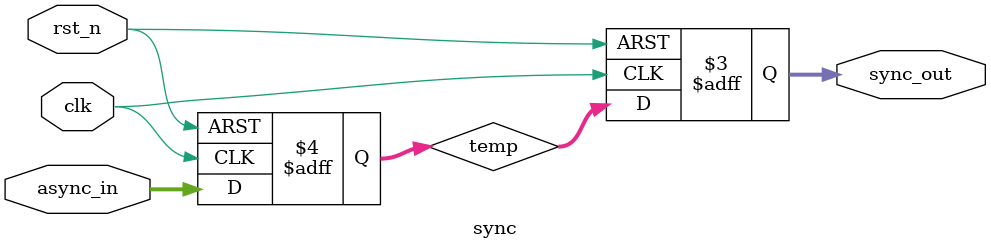
<source format=v>
`timescale 1ns / 1ps
module sync
	//--------------------- PARAMETERS -----------------------------
	#(
	 parameter				SIZE = 4
	)
	//----------------------- PORTS --------------------------------
	(
	 input	wire 				clk		,
	 input	wire				rst_n		,
	 input	wire	[SIZE:0]		async_in	,
	 output	reg	[SIZE:0]		sync_out	
	);



	//----------------------- SIGNALS ------------------------------
	reg		[SIZE:0] 		temp		;

	//--------------------------------------------------------------
	// Douple flip flop synchronoziation scheme
	//--------------------------------------------------------------
	always @(posedge clk or negedge rst_n)
		if (!rst_n)
			{sync_out, temp} <= {SIZE{1'b0}}	;
		else
			{sync_out, temp} <= {temp, async_in}	;

endmodule

</source>
